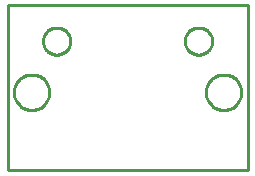
<source format=gbr>
G04 EAGLE Gerber X2 export*
%TF.Part,Single*%
%TF.FileFunction,Profile,NP*%
%TF.FilePolarity,Positive*%
%TF.GenerationSoftware,Autodesk,EAGLE,8.6.0*%
%TF.CreationDate,2018-01-28T06:29:07Z*%
G75*
%MOMM*%
%FSLAX34Y34*%
%LPD*%
%AMOC8*
5,1,8,0,0,1.08239X$1,22.5*%
G01*
%ADD10C,0.254000*%


D10*
X0Y0D02*
X203200Y0D01*
X203200Y139700D01*
X0Y139700D01*
X0Y0D01*
X35320Y65504D02*
X35244Y64436D01*
X35091Y63375D01*
X34863Y62328D01*
X34561Y61300D01*
X34187Y60296D01*
X33742Y59321D01*
X33228Y58381D01*
X32649Y57480D01*
X32007Y56622D01*
X31305Y55812D01*
X30548Y55055D01*
X29738Y54353D01*
X28880Y53711D01*
X27979Y53132D01*
X27039Y52618D01*
X26064Y52173D01*
X25060Y51799D01*
X24032Y51497D01*
X22985Y51269D01*
X21924Y51116D01*
X20856Y51040D01*
X19784Y51040D01*
X18716Y51116D01*
X17655Y51269D01*
X16608Y51497D01*
X15580Y51799D01*
X14576Y52173D01*
X13601Y52618D01*
X12661Y53132D01*
X11760Y53711D01*
X10902Y54353D01*
X10092Y55055D01*
X9335Y55812D01*
X8633Y56622D01*
X7991Y57480D01*
X7412Y58381D01*
X6898Y59321D01*
X6453Y60296D01*
X6079Y61300D01*
X5777Y62328D01*
X5549Y63375D01*
X5396Y64436D01*
X5320Y65504D01*
X5320Y66576D01*
X5396Y67644D01*
X5549Y68705D01*
X5777Y69752D01*
X6079Y70780D01*
X6453Y71784D01*
X6898Y72759D01*
X7412Y73699D01*
X7991Y74600D01*
X8633Y75458D01*
X9335Y76268D01*
X10092Y77025D01*
X10902Y77727D01*
X11760Y78369D01*
X12661Y78948D01*
X13601Y79462D01*
X14576Y79907D01*
X15580Y80281D01*
X16608Y80583D01*
X17655Y80811D01*
X18716Y80964D01*
X19784Y81040D01*
X20856Y81040D01*
X21924Y80964D01*
X22985Y80811D01*
X24032Y80583D01*
X25060Y80281D01*
X26064Y79907D01*
X27039Y79462D01*
X27979Y78948D01*
X28880Y78369D01*
X29738Y77727D01*
X30548Y77025D01*
X31305Y76268D01*
X32007Y75458D01*
X32649Y74600D01*
X33228Y73699D01*
X33742Y72759D01*
X34187Y71784D01*
X34561Y70780D01*
X34863Y69752D01*
X35091Y68705D01*
X35244Y67644D01*
X35320Y66576D01*
X35320Y65504D01*
X197880Y65504D02*
X197804Y64436D01*
X197651Y63375D01*
X197423Y62328D01*
X197121Y61300D01*
X196747Y60296D01*
X196302Y59321D01*
X195788Y58381D01*
X195209Y57480D01*
X194567Y56622D01*
X193865Y55812D01*
X193108Y55055D01*
X192298Y54353D01*
X191440Y53711D01*
X190539Y53132D01*
X189599Y52618D01*
X188624Y52173D01*
X187620Y51799D01*
X186592Y51497D01*
X185545Y51269D01*
X184484Y51116D01*
X183416Y51040D01*
X182344Y51040D01*
X181276Y51116D01*
X180215Y51269D01*
X179168Y51497D01*
X178140Y51799D01*
X177136Y52173D01*
X176161Y52618D01*
X175221Y53132D01*
X174320Y53711D01*
X173462Y54353D01*
X172652Y55055D01*
X171895Y55812D01*
X171193Y56622D01*
X170551Y57480D01*
X169972Y58381D01*
X169458Y59321D01*
X169013Y60296D01*
X168639Y61300D01*
X168337Y62328D01*
X168109Y63375D01*
X167956Y64436D01*
X167880Y65504D01*
X167880Y66576D01*
X167956Y67644D01*
X168109Y68705D01*
X168337Y69752D01*
X168639Y70780D01*
X169013Y71784D01*
X169458Y72759D01*
X169972Y73699D01*
X170551Y74600D01*
X171193Y75458D01*
X171895Y76268D01*
X172652Y77025D01*
X173462Y77727D01*
X174320Y78369D01*
X175221Y78948D01*
X176161Y79462D01*
X177136Y79907D01*
X178140Y80281D01*
X179168Y80583D01*
X180215Y80811D01*
X181276Y80964D01*
X182344Y81040D01*
X183416Y81040D01*
X184484Y80964D01*
X185545Y80811D01*
X186592Y80583D01*
X187620Y80281D01*
X188624Y79907D01*
X189599Y79462D01*
X190539Y78948D01*
X191440Y78369D01*
X192298Y77727D01*
X193108Y77025D01*
X193865Y76268D01*
X194567Y75458D01*
X195209Y74600D01*
X195788Y73699D01*
X196302Y72759D01*
X196747Y71784D01*
X197121Y70780D01*
X197423Y69752D01*
X197651Y68705D01*
X197804Y67644D01*
X197880Y66576D01*
X197880Y65504D01*
X35320Y65504D02*
X35244Y64436D01*
X35091Y63375D01*
X34863Y62328D01*
X34561Y61300D01*
X34187Y60296D01*
X33742Y59321D01*
X33228Y58381D01*
X32649Y57480D01*
X32007Y56622D01*
X31305Y55812D01*
X30548Y55055D01*
X29738Y54353D01*
X28880Y53711D01*
X27979Y53132D01*
X27039Y52618D01*
X26064Y52173D01*
X25060Y51799D01*
X24032Y51497D01*
X22985Y51269D01*
X21924Y51116D01*
X20856Y51040D01*
X19784Y51040D01*
X18716Y51116D01*
X17655Y51269D01*
X16608Y51497D01*
X15580Y51799D01*
X14576Y52173D01*
X13601Y52618D01*
X12661Y53132D01*
X11760Y53711D01*
X10902Y54353D01*
X10092Y55055D01*
X9335Y55812D01*
X8633Y56622D01*
X7991Y57480D01*
X7412Y58381D01*
X6898Y59321D01*
X6453Y60296D01*
X6079Y61300D01*
X5777Y62328D01*
X5549Y63375D01*
X5396Y64436D01*
X5320Y65504D01*
X5320Y66576D01*
X5396Y67644D01*
X5549Y68705D01*
X5777Y69752D01*
X6079Y70780D01*
X6453Y71784D01*
X6898Y72759D01*
X7412Y73699D01*
X7991Y74600D01*
X8633Y75458D01*
X9335Y76268D01*
X10092Y77025D01*
X10902Y77727D01*
X11760Y78369D01*
X12661Y78948D01*
X13601Y79462D01*
X14576Y79907D01*
X15580Y80281D01*
X16608Y80583D01*
X17655Y80811D01*
X18716Y80964D01*
X19784Y81040D01*
X20856Y81040D01*
X21924Y80964D01*
X22985Y80811D01*
X24032Y80583D01*
X25060Y80281D01*
X26064Y79907D01*
X27039Y79462D01*
X27979Y78948D01*
X28880Y78369D01*
X29738Y77727D01*
X30548Y77025D01*
X31305Y76268D01*
X32007Y75458D01*
X32649Y74600D01*
X33228Y73699D01*
X33742Y72759D01*
X34187Y71784D01*
X34561Y70780D01*
X34863Y69752D01*
X35091Y68705D01*
X35244Y67644D01*
X35320Y66576D01*
X35320Y65504D01*
X197880Y65504D02*
X197804Y64436D01*
X197651Y63375D01*
X197423Y62328D01*
X197121Y61300D01*
X196747Y60296D01*
X196302Y59321D01*
X195788Y58381D01*
X195209Y57480D01*
X194567Y56622D01*
X193865Y55812D01*
X193108Y55055D01*
X192298Y54353D01*
X191440Y53711D01*
X190539Y53132D01*
X189599Y52618D01*
X188624Y52173D01*
X187620Y51799D01*
X186592Y51497D01*
X185545Y51269D01*
X184484Y51116D01*
X183416Y51040D01*
X182344Y51040D01*
X181276Y51116D01*
X180215Y51269D01*
X179168Y51497D01*
X178140Y51799D01*
X177136Y52173D01*
X176161Y52618D01*
X175221Y53132D01*
X174320Y53711D01*
X173462Y54353D01*
X172652Y55055D01*
X171895Y55812D01*
X171193Y56622D01*
X170551Y57480D01*
X169972Y58381D01*
X169458Y59321D01*
X169013Y60296D01*
X168639Y61300D01*
X168337Y62328D01*
X168109Y63375D01*
X167956Y64436D01*
X167880Y65504D01*
X167880Y66576D01*
X167956Y67644D01*
X168109Y68705D01*
X168337Y69752D01*
X168639Y70780D01*
X169013Y71784D01*
X169458Y72759D01*
X169972Y73699D01*
X170551Y74600D01*
X171193Y75458D01*
X171895Y76268D01*
X172652Y77025D01*
X173462Y77727D01*
X174320Y78369D01*
X175221Y78948D01*
X176161Y79462D01*
X177136Y79907D01*
X178140Y80281D01*
X179168Y80583D01*
X180215Y80811D01*
X181276Y80964D01*
X182344Y81040D01*
X183416Y81040D01*
X184484Y80964D01*
X185545Y80811D01*
X186592Y80583D01*
X187620Y80281D01*
X188624Y79907D01*
X189599Y79462D01*
X190539Y78948D01*
X191440Y78369D01*
X192298Y77727D01*
X193108Y77025D01*
X193865Y76268D01*
X194567Y75458D01*
X195209Y74600D01*
X195788Y73699D01*
X196302Y72759D01*
X196747Y71784D01*
X197121Y70780D01*
X197423Y69752D01*
X197651Y68705D01*
X197804Y67644D01*
X197880Y66576D01*
X197880Y65504D01*
X173100Y108908D02*
X173029Y108007D01*
X172888Y107115D01*
X172677Y106236D01*
X172398Y105377D01*
X172052Y104542D01*
X171641Y103737D01*
X171169Y102966D01*
X170638Y102235D01*
X170051Y101548D01*
X169412Y100909D01*
X168725Y100322D01*
X167994Y99791D01*
X167223Y99319D01*
X166418Y98908D01*
X165583Y98562D01*
X164724Y98283D01*
X163845Y98072D01*
X162953Y97931D01*
X162052Y97860D01*
X161148Y97860D01*
X160247Y97931D01*
X159355Y98072D01*
X158476Y98283D01*
X157617Y98562D01*
X156782Y98908D01*
X155977Y99319D01*
X155206Y99791D01*
X154475Y100322D01*
X153788Y100909D01*
X153149Y101548D01*
X152562Y102235D01*
X152031Y102966D01*
X151559Y103737D01*
X151148Y104542D01*
X150802Y105377D01*
X150523Y106236D01*
X150312Y107115D01*
X150171Y108007D01*
X150100Y108908D01*
X150100Y109812D01*
X150171Y110713D01*
X150312Y111605D01*
X150523Y112484D01*
X150802Y113343D01*
X151148Y114178D01*
X151559Y114983D01*
X152031Y115754D01*
X152562Y116485D01*
X153149Y117172D01*
X153788Y117811D01*
X154475Y118398D01*
X155206Y118929D01*
X155977Y119401D01*
X156782Y119812D01*
X157617Y120158D01*
X158476Y120437D01*
X159355Y120648D01*
X160247Y120789D01*
X161148Y120860D01*
X162052Y120860D01*
X162953Y120789D01*
X163845Y120648D01*
X164724Y120437D01*
X165583Y120158D01*
X166418Y119812D01*
X167223Y119401D01*
X167994Y118929D01*
X168725Y118398D01*
X169412Y117811D01*
X170051Y117172D01*
X170638Y116485D01*
X171169Y115754D01*
X171641Y114983D01*
X172052Y114178D01*
X172398Y113343D01*
X172677Y112484D01*
X172888Y111605D01*
X173029Y110713D01*
X173100Y109812D01*
X173100Y108908D01*
X53100Y108908D02*
X53029Y108007D01*
X52888Y107115D01*
X52677Y106236D01*
X52398Y105377D01*
X52052Y104542D01*
X51641Y103737D01*
X51169Y102966D01*
X50638Y102235D01*
X50051Y101548D01*
X49412Y100909D01*
X48725Y100322D01*
X47994Y99791D01*
X47223Y99319D01*
X46418Y98908D01*
X45583Y98562D01*
X44724Y98283D01*
X43845Y98072D01*
X42953Y97931D01*
X42052Y97860D01*
X41148Y97860D01*
X40247Y97931D01*
X39355Y98072D01*
X38476Y98283D01*
X37617Y98562D01*
X36782Y98908D01*
X35977Y99319D01*
X35206Y99791D01*
X34475Y100322D01*
X33788Y100909D01*
X33149Y101548D01*
X32562Y102235D01*
X32031Y102966D01*
X31559Y103737D01*
X31148Y104542D01*
X30802Y105377D01*
X30523Y106236D01*
X30312Y107115D01*
X30171Y108007D01*
X30100Y108908D01*
X30100Y109812D01*
X30171Y110713D01*
X30312Y111605D01*
X30523Y112484D01*
X30802Y113343D01*
X31148Y114178D01*
X31559Y114983D01*
X32031Y115754D01*
X32562Y116485D01*
X33149Y117172D01*
X33788Y117811D01*
X34475Y118398D01*
X35206Y118929D01*
X35977Y119401D01*
X36782Y119812D01*
X37617Y120158D01*
X38476Y120437D01*
X39355Y120648D01*
X40247Y120789D01*
X41148Y120860D01*
X42052Y120860D01*
X42953Y120789D01*
X43845Y120648D01*
X44724Y120437D01*
X45583Y120158D01*
X46418Y119812D01*
X47223Y119401D01*
X47994Y118929D01*
X48725Y118398D01*
X49412Y117811D01*
X50051Y117172D01*
X50638Y116485D01*
X51169Y115754D01*
X51641Y114983D01*
X52052Y114178D01*
X52398Y113343D01*
X52677Y112484D01*
X52888Y111605D01*
X53029Y110713D01*
X53100Y109812D01*
X53100Y108908D01*
M02*

</source>
